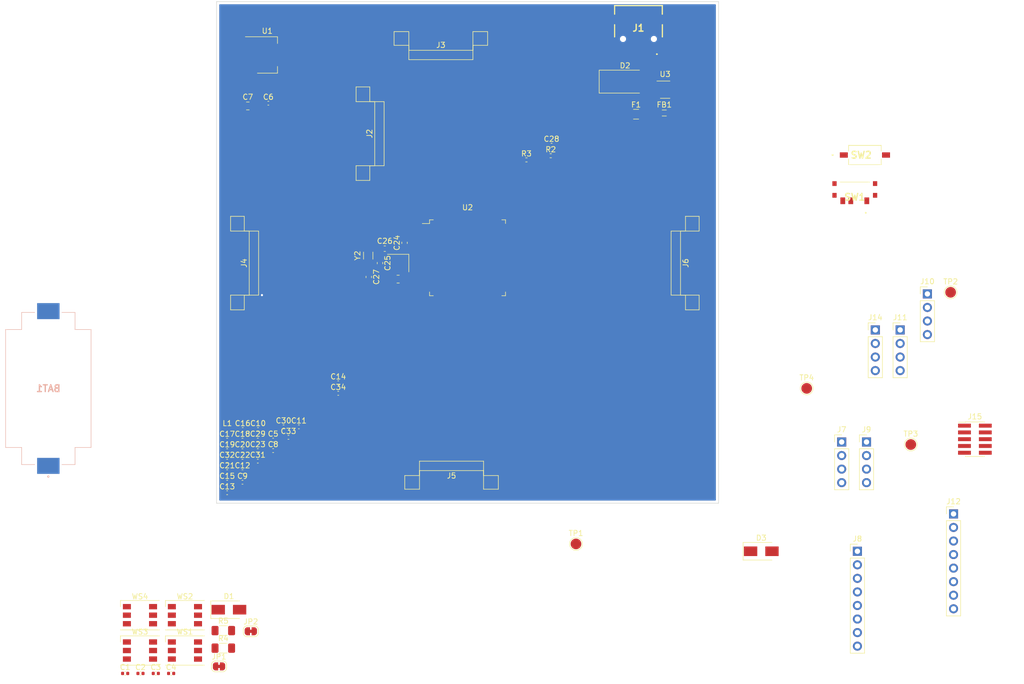
<source format=kicad_pcb>
(kicad_pcb (version 20171130) (host pcbnew "(5.1.9)-1")
  (layers (0 F.Cu power) (1 In1.Cu mixed) (2 In2.Cu mixed) (31 B.Cu power) (34 B.Paste user) (35 F.Paste user) (36 B.SilkS user) (37 F.SilkS user) (38 B.Mask user) (39 F.Mask user) (44 Edge.Cuts user))
  (net 0 "")
  (net 1 VBAT)
  (net 2 GND)
  (net 3 +5V)
  (net 4 HSE_IN)
  (net 5 +3V3)
  (net 6 LSE_IN)
  (net 7 LSE_OUT)
  (net 8 VCAP_1)
  (net 9 VCAP_2)
  (net 10 VDDA)
  (net 11 VBUS)
  (net 12 HSE_OUT)
  (net 13 "Net-(U2-Pad1)")
  (net 14 "Net-(U2-Pad2)")
  (net 15 "Net-(U2-Pad3)")
  (net 16 "Net-(U2-Pad4)")
  (net 17 "Net-(U2-Pad5)")
  (net 18 "Net-(U2-Pad7)")
  (net 19 NRST)
  (net 20 "Net-(U2-Pad15)")
  (net 21 "Net-(U2-Pad34)")
  (net 22 "Net-(U2-Pad35)")
  (net 23 "Net-(U2-Pad36)")
  (net 24 "Net-(U2-Pad37)")
  (net 25 "Net-(U2-Pad38)")
  (net 26 "Net-(U2-Pad39)")
  (net 27 "Net-(U2-Pad40)")
  (net 28 "Net-(U2-Pad41)")
  (net 29 "Net-(U2-Pad42)")
  (net 30 "Net-(U2-Pad43)")
  (net 31 "Net-(U2-Pad44)")
  (net 32 "Net-(U2-Pad45)")
  (net 33 "Net-(U2-Pad46)")
  (net 34 "Net-(U2-Pad53)")
  (net 35 "Net-(U2-Pad58)")
  (net 36 "Net-(U2-Pad84)")
  (net 37 "Net-(U2-Pad85)")
  (net 38 "Net-(U2-Pad86)")
  (net 39 "Net-(U2-Pad87)")
  (net 40 "Net-(U2-Pad88)")
  (net 41 BOOT0)
  (net 42 "Net-(U2-Pad95)")
  (net 43 "Net-(U2-Pad96)")
  (net 44 "Net-(C25-Pad1)")
  (net 45 "Net-(J1-PadB8)")
  (net 46 USB_CONN_D-)
  (net 47 USB_CONN_D+)
  (net 48 "Net-(J1-PadB5)")
  (net 49 "Net-(J1-PadA8)")
  (net 50 "Net-(J1-PadA5)")
  (net 51 "Net-(R2-Pad2)")
  (net 52 CTx2)
  (net 53 I2S2_ext_SD)
  (net 54 I2S2_SD)
  (net 55 ENC4_A)
  (net 56 ENC4_B)
  (net 57 UTx2)
  (net 58 URx2)
  (net 59 DAC_OUT1)
  (net 60 DAC_OUT2)
  (net 61 ENC2_A)
  (net 62 ENC2_B)
  (net 63 CRx2)
  (net 64 I2C2_SCL)
  (net 65 I2C2_SDA)
  (net 66 I2S2_WS)
  (net 67 I2S2_CK)
  (net 68 CTx3)
  (net 69 UTx3)
  (net 70 URx3)
  (net 71 ENC3_A)
  (net 72 ENC3_B)
  (net 73 CTx4)
  (net 74 CRx4)
  (net 75 UTx4)
  (net 76 URx4)
  (net 77 WS2812_A)
  (net 78 WS2812_B)
  (net 79 RCC_MCO)
  (net 80 USB_ID)
  (net 81 USB_D-)
  (net 82 USB_D+)
  (net 83 SWDIO)
  (net 84 SWCLK)
  (net 85 ENC1_A)
  (net 86 SPI3_SCK)
  (net 87 SPI3_MISO)
  (net 88 UART_Tx)
  (net 89 CAN_Rx)
  (net 90 CAN_Tx)
  (net 91 ENC1_B)
  (net 92 CTx1)
  (net 93 SPI3_MOSI)
  (net 94 UTx1)
  (net 95 URx1)
  (net 96 VWS2812)
  (net 97 "Net-(D2-Pad2)")
  (net 98 "Net-(D3-Pad1)")
  (net 99 "Net-(F1-Pad2)")
  (net 100 ENC1BTN)
  (net 101 ENC2BTN)
  (net 102 WS2812_CONN_DIN)
  (net 103 WS2812_CONN_BI)
  (net 104 ENC3BTN)
  (net 105 ENC4BTN)
  (net 106 +12V)
  (net 107 CRx1)
  (net 108 CRx3)
  (net 109 LCD_CS)
  (net 110 LCD_DC)
  (net 111 UART_Rx)
  (net 112 "Net-(J15-Pad8)")
  (net 113 "Net-(J15-Pad7)")
  (net 114 "Net-(J15-Pad6)")
  (net 115 "Net-(JP1-Pad2)")
  (net 116 "Net-(WS1-Pad1)")
  (net 117 "Net-(WS1-Pad3)")
  (net 118 "Net-(WS2-Pad1)")
  (net 119 "Net-(WS2-Pad3)")
  (net 120 "Net-(WS3-Pad1)")
  (net 121 "Net-(WS4-Pad1)")
  (module LED_SMD:LED_WS2812_PLCC6_5.0x5.0mm_P1.6mm (layer F.Cu) (at -14.34 20.98)
    (fp_text reference WS4 (at 0 -3.5) (layer F.SilkS))
    (fp_text value WS2813)
    (pad 1 smd rect (at -2.45 -1.6) (size 1.5 1) (layers F.Cu F.Paste F.Mask) (net 121 "Net-(WS4-Pad1)"))
    (pad 2 smd rect (at -2.45 0) (size 1.5 1) (layers F.Cu F.Paste F.Mask) (net 96 VWS2812))
    (pad 3 smd rect (at -2.45 1.6) (size 1.5 1) (layers F.Cu F.Paste F.Mask) (net 102 WS2812_CONN_DIN))
    (pad 6 smd rect (at 2.45 -1.6) (size 1.5 1) (layers F.Cu F.Paste F.Mask) (net 119 "Net-(WS2-Pad3)"))
    (pad 5 smd rect (at 2.45 0) (size 1.5 1) (layers F.Cu F.Paste F.Mask) (net 2 GND))
    (pad 4 smd rect (at 2.45 1.6) (size 1.5 1) (layers F.Cu F.Paste F.Mask) (net 103 WS2812_CONN_BI))
  )
  (module LED_SMD:LED_WS2812_PLCC6_5.0x5.0mm_P1.6mm (layer F.Cu) (at -14.34 27.6)
    (fp_text reference WS3 (at 0 -3.5) (layer F.SilkS))
    (fp_text value WS2813)
    (pad 1 smd rect (at -2.45 -1.6) (size 1.5 1) (layers F.Cu F.Paste F.Mask) (net 120 "Net-(WS3-Pad1)"))
    (pad 2 smd rect (at -2.45 0) (size 1.5 1) (layers F.Cu F.Paste F.Mask) (net 96 VWS2812))
    (pad 3 smd rect (at -2.45 1.6) (size 1.5 1) (layers F.Cu F.Paste F.Mask) (net 103 WS2812_CONN_BI))
    (pad 6 smd rect (at 2.45 -1.6) (size 1.5 1) (layers F.Cu F.Paste F.Mask) (net 117 "Net-(WS1-Pad3)"))
    (pad 5 smd rect (at 2.45 0) (size 1.5 1) (layers F.Cu F.Paste F.Mask) (net 2 GND))
    (pad 4 smd rect (at 2.45 1.6) (size 1.5 1) (layers F.Cu F.Paste F.Mask) (net 119 "Net-(WS2-Pad3)"))
  )
  (module LED_SMD:LED_WS2812_PLCC6_5.0x5.0mm_P1.6mm (layer F.Cu) (at -5.92 20.98)
    (fp_text reference WS2 (at 0 -3.5) (layer F.SilkS))
    (fp_text value WS2813)
    (pad 1 smd rect (at -2.45 -1.6) (size 1.5 1) (layers F.Cu F.Paste F.Mask) (net 118 "Net-(WS2-Pad1)"))
    (pad 2 smd rect (at -2.45 0) (size 1.5 1) (layers F.Cu F.Paste F.Mask) (net 96 VWS2812))
    (pad 3 smd rect (at -2.45 1.6) (size 1.5 1) (layers F.Cu F.Paste F.Mask) (net 119 "Net-(WS2-Pad3)"))
    (pad 6 smd rect (at 2.45 -1.6) (size 1.5 1) (layers F.Cu F.Paste F.Mask) (net 77 WS2812_A))
    (pad 5 smd rect (at 2.45 0) (size 1.5 1) (layers F.Cu F.Paste F.Mask) (net 2 GND))
    (pad 4 smd rect (at 2.45 1.6) (size 1.5 1) (layers F.Cu F.Paste F.Mask) (net 117 "Net-(WS1-Pad3)"))
  )
  (module LED_SMD:LED_WS2812_PLCC6_5.0x5.0mm_P1.6mm (layer F.Cu) (at -5.92 27.6)
    (fp_text reference WS1 (at 0 -3.5) (layer F.SilkS))
    (fp_text value WS2813)
    (pad 1 smd rect (at -2.45 -1.6) (size 1.5 1) (layers F.Cu F.Paste F.Mask) (net 116 "Net-(WS1-Pad1)"))
    (pad 2 smd rect (at -2.45 0) (size 1.5 1) (layers F.Cu F.Paste F.Mask) (net 96 VWS2812))
    (pad 3 smd rect (at -2.45 1.6) (size 1.5 1) (layers F.Cu F.Paste F.Mask) (net 117 "Net-(WS1-Pad3)"))
    (pad 6 smd rect (at 2.45 -1.6) (size 1.5 1) (layers F.Cu F.Paste F.Mask) (net 77 WS2812_A))
    (pad 5 smd rect (at 2.45 0) (size 1.5 1) (layers F.Cu F.Paste F.Mask) (net 2 GND))
    (pad 4 smd rect (at 2.45 1.6) (size 1.5 1) (layers F.Cu F.Paste F.Mask) (net 77 WS2812_A))
  )
  (module Package_TO_SOT_SMD:SOT-23-6 (layer F.Cu) (at 84 -77.5)
    (fp_text reference U3 (at 0 -2.9) (layer F.SilkS))
    (fp_text value USBLC6-2SC6)
    (pad 5 smd rect (at 1.1 0) (size 1.06 0.65) (layers F.Cu F.Paste F.Mask) (net 3 +5V))
    (pad 6 smd rect (at 1.1 -0.95) (size 1.06 0.65) (layers F.Cu F.Paste F.Mask) (net 46 USB_CONN_D-))
    (pad 4 smd rect (at 1.1 0.95) (size 1.06 0.65) (layers F.Cu F.Paste F.Mask) (net 47 USB_CONN_D+))
    (pad 3 smd rect (at -1.1 0.95) (size 1.06 0.65) (layers F.Cu F.Paste F.Mask) (net 82 USB_D+))
    (pad 2 smd rect (at -1.1 0) (size 1.06 0.65) (layers F.Cu F.Paste F.Mask) (net 2 GND))
    (pad 1 smd rect (at -1.1 -0.95) (size 1.06 0.65) (layers F.Cu F.Paste F.Mask) (net 81 USB_D-))
  )
  (module Package_TO_SOT_SMD:SOT-223-3_TabPin2 (layer F.Cu) (at 9.5 -84)
    (fp_text reference U1 (at 0 -4.5) (layer F.SilkS))
    (fp_text value AMS1117-3.3)
    (pad 1 smd rect (at -3.15 -2.3) (size 2 1.5) (layers F.Cu F.Paste F.Mask) (net 2 GND))
    (pad 3 smd rect (at -3.15 2.3) (size 2 1.5) (layers F.Cu F.Paste F.Mask) (net 3 +5V))
    (pad 2 smd rect (at -3.15 0) (size 2 1.5) (layers F.Cu F.Paste F.Mask) (net 5 +3V3))
    (pad 2 smd rect (at 3.15 0) (size 2 3.8) (layers F.Cu F.Paste F.Mask) (net 5 +3V3))
  )
  (module TestPoint:TestPoint_Pad_D2.0mm (layer F.Cu) (at 110.505 -21.525)
    (fp_text reference TP4 (at 0 -1.998) (layer F.SilkS))
    (fp_text value TestPoint)
    (pad 1 smd circle (at 0 0) (size 2 2) (layers F.Cu F.Mask) (net 3 +5V))
  )
  (module TestPoint:TestPoint_Pad_D2.0mm (layer F.Cu) (at 130 -11)
    (fp_text reference TP3 (at 0 -1.998) (layer F.SilkS))
    (fp_text value TestPoint)
    (pad 1 smd circle (at 0 0) (size 2 2) (layers F.Cu F.Mask) (net 5 +3V3))
  )
  (module TestPoint:TestPoint_Pad_D2.0mm (layer F.Cu) (at 137.455 -39.525)
    (fp_text reference TP2 (at 0 -1.998) (layer F.SilkS))
    (fp_text value TestPoint)
    (pad 1 smd circle (at 0 0) (size 2 2) (layers F.Cu F.Mask) (net 2 GND))
  )
  (module TestPoint:TestPoint_Pad_D2.0mm (layer F.Cu) (at 67.305 7.625)
    (fp_text reference TP1 (at 0 -1.998) (layer F.SilkS))
    (fp_text value TestPoint)
    (pad 1 smd circle (at 0 0) (size 2 2) (layers F.Cu F.Mask) (net 79 RCC_MCO))
  )
  (module Resistor_SMD:R_1206_3216Metric_Pad1.30x1.75mm_HandSolder (layer F.Cu) (at 1.265 23.865)
    (fp_text reference R5 (at 0 -1.82) (layer F.SilkS))
    (fp_text value 1k1)
    (pad 2 smd roundrect (at 1.55 0) (size 1.3 1.75) (layers F.Cu F.Paste F.Mask) (roundrect_rratio 0.192308) (net 65 I2C2_SDA))
    (pad 1 smd roundrect (at -1.55 0) (size 1.3 1.75) (layers F.Cu F.Paste F.Mask) (roundrect_rratio 0.192308) (net 115 "Net-(JP1-Pad2)"))
  )
  (module Resistor_SMD:R_1206_3216Metric_Pad1.30x1.75mm_HandSolder (layer F.Cu) (at 1.265 27.155)
    (fp_text reference R4 (at 0 -1.82) (layer F.SilkS))
    (fp_text value 1k1)
    (pad 2 smd roundrect (at 1.55 0) (size 1.3 1.75) (layers F.Cu F.Paste F.Mask) (roundrect_rratio 0.192308) (net 115 "Net-(JP1-Pad2)"))
    (pad 1 smd roundrect (at -1.55 0) (size 1.3 1.75) (layers F.Cu F.Paste F.Mask) (roundrect_rratio 0.192308) (net 64 I2C2_SCL))
  )
  (module Inductor_SMD:L_0402_1005Metric (layer F.Cu) (at 2.005 -13.795)
    (fp_text reference L1 (at 0 -1.17) (layer F.SilkS))
    (fp_text value 39n)
    (pad 2 smd roundrect (at 0.485 0) (size 0.59 0.64) (layers F.Cu F.Paste F.Mask) (net 10 VDDA))
    (pad 1 smd roundrect (at -0.485 0) (size 0.59 0.64) (layers F.Cu F.Paste F.Mask) (net 5 +3V3))
  )
  (module Jumper:SolderJumper-2_P1.3mm_Bridged_RoundedPad1.0x1.5mm (layer F.Cu) (at 6.415 23.995)
    (fp_text reference JP2 (at 0 -1.8) (layer F.SilkS))
    (fp_text value SolderJumper_2_Bridged)
    (fp_poly (pts (xy 0.25 -0.3) (xy -0.25 -0.3) (xy -0.25 0.3) (xy 0.25 0.3)) (layer F.Cu) (width 0))
    (pad 1 smd custom (at -0.65 0) (size 1 0.5) (layers F.Cu F.Mask) (net 3 +5V) (options (clearance outline) (anchor rect)) (primitives (gr_circle (center 0 0.25) (end 0.5 0.25) (width 0)) (gr_circle (center 0 -0.25) (end 0.5 -0.25) (width 0)) (gr_poly (pts (xy 0 -0.75) (xy 0.5 -0.75) (xy 0.5 0.75) (xy 0 0.75)) (width 0))))
    (pad 2 smd custom (at 0.65 0) (size 1 0.5) (layers F.Cu F.Mask) (net 96 VWS2812) (options (clearance outline) (anchor rect)) (primitives (gr_circle (center 0 0.25) (end 0.5 0.25) (width 0)) (gr_circle (center 0 -0.25) (end 0.5 -0.25) (width 0)) (gr_poly (pts (xy 0 -0.75) (xy -0.5 -0.75) (xy -0.5 0.75) (xy 0 0.75)) (width 0))))
  )
  (module Jumper:SolderJumper-2_P1.3mm_Bridged_RoundedPad1.0x1.5mm (layer F.Cu) (at 0.465 30.575)
    (fp_text reference JP1 (at 0 -1.8) (layer F.SilkS))
    (fp_text value SolderJumper_2_Bridged)
    (fp_poly (pts (xy 0.25 -0.3) (xy -0.25 -0.3) (xy -0.25 0.3) (xy 0.25 0.3)) (layer F.Cu) (width 0))
    (pad 1 smd custom (at -0.65 0) (size 1 0.5) (layers F.Cu F.Mask) (net 5 +3V3) (options (clearance outline) (anchor rect)) (primitives (gr_circle (center 0 0.25) (end 0.5 0.25) (width 0)) (gr_circle (center 0 -0.25) (end 0.5 -0.25) (width 0)) (gr_poly (pts (xy 0 -0.75) (xy 0.5 -0.75) (xy 0.5 0.75) (xy 0 0.75)) (width 0))))
    (pad 2 smd custom (at 0.65 0) (size 1 0.5) (layers F.Cu F.Mask) (net 115 "Net-(JP1-Pad2)") (options (clearance outline) (anchor rect)) (primitives (gr_circle (center 0 0.25) (end 0.5 0.25) (width 0)) (gr_circle (center 0 -0.25) (end 0.5 -0.25) (width 0)) (gr_poly (pts (xy 0 -0.75) (xy -0.5 -0.75) (xy -0.5 0.75) (xy 0 0.75)) (width 0))))
  )
  (module Connector_PinHeader_1.27mm:PinHeader_2x05_P1.27mm_Vertical_SMD (layer F.Cu) (at 142 -12)
    (fp_text reference J15 (at 0 -4.235) (layer F.SilkS))
    (fp_text value Conn_ARM_JTAG_SWD_10)
    (pad 10 smd rect (at 1.95 2.54) (size 2.4 0.74) (layers F.Cu F.Paste F.Mask) (net 19 NRST))
    (pad 9 smd rect (at -1.95 2.54) (size 2.4 0.74) (layers F.Cu F.Paste F.Mask) (net 2 GND))
    (pad 8 smd rect (at 1.95 1.27) (size 2.4 0.74) (layers F.Cu F.Paste F.Mask) (net 112 "Net-(J15-Pad8)"))
    (pad 7 smd rect (at -1.95 1.27) (size 2.4 0.74) (layers F.Cu F.Paste F.Mask) (net 113 "Net-(J15-Pad7)"))
    (pad 6 smd rect (at 1.95 0) (size 2.4 0.74) (layers F.Cu F.Paste F.Mask) (net 114 "Net-(J15-Pad6)"))
    (pad 5 smd rect (at -1.95 0) (size 2.4 0.74) (layers F.Cu F.Paste F.Mask) (net 2 GND))
    (pad 4 smd rect (at 1.95 -1.27) (size 2.4 0.74) (layers F.Cu F.Paste F.Mask) (net 84 SWCLK))
    (pad 3 smd rect (at -1.95 -1.27) (size 2.4 0.74) (layers F.Cu F.Paste F.Mask) (net 2 GND))
    (pad 2 smd rect (at 1.95 -2.54) (size 2.4 0.74) (layers F.Cu F.Paste F.Mask) (net 83 SWDIO))
    (pad 1 smd rect (at -1.95 -2.54) (size 2.4 0.74) (layers F.Cu F.Paste F.Mask) (net 5 +3V3))
  )
  (module Connector_PinHeader_2.54mm:PinHeader_1x04_P2.54mm_Vertical (layer F.Cu) (at 123.355 -32.475)
    (fp_text reference J14 (at 0 -2.33) (layer F.SilkS))
    (fp_text value Conn_01x04)
    (pad 4 thru_hole oval (at 0 7.62) (size 1.7 1.7) (drill 1) (layers *.Cu *.Mask) (net 60 DAC_OUT2))
    (pad 3 thru_hole oval (at 0 5.08) (size 1.7 1.7) (drill 1) (layers *.Cu *.Mask) (net 5 +3V3))
    (pad 2 thru_hole oval (at 0 2.54) (size 1.7 1.7) (drill 1) (layers *.Cu *.Mask) (net 2 GND))
    (pad 1 thru_hole rect (at 0 0) (size 1.7 1.7) (drill 1) (layers *.Cu *.Mask) (net 59 DAC_OUT1))
  )
  (module Connector_PinHeader_2.54mm:PinHeader_1x08_P2.54mm_Vertical (layer F.Cu) (at 138 2)
    (fp_text reference J12 (at 0 -2.33) (layer F.SilkS))
    (fp_text value Conn_01x08)
    (pad 8 thru_hole oval (at 0 17.78) (size 1.7 1.7) (drill 1) (layers *.Cu *.Mask) (net 3 +5V))
    (pad 7 thru_hole oval (at 0 15.24) (size 1.7 1.7) (drill 1) (layers *.Cu *.Mask) (net 66 I2S2_WS))
    (pad 6 thru_hole oval (at 0 12.7) (size 1.7 1.7) (drill 1) (layers *.Cu *.Mask) (net 2 GND))
    (pad 5 thru_hole oval (at 0 10.16) (size 1.7 1.7) (drill 1) (layers *.Cu *.Mask) (net 67 I2S2_CK))
    (pad 4 thru_hole oval (at 0 7.62) (size 1.7 1.7) (drill 1) (layers *.Cu *.Mask) (net 2 GND))
    (pad 3 thru_hole oval (at 0 5.08) (size 1.7 1.7) (drill 1) (layers *.Cu *.Mask) (net 53 I2S2_ext_SD))
    (pad 2 thru_hole oval (at 0 2.54) (size 1.7 1.7) (drill 1) (layers *.Cu *.Mask) (net 2 GND))
    (pad 1 thru_hole rect (at 0 0) (size 1.7 1.7) (drill 1) (layers *.Cu *.Mask) (net 54 I2S2_SD))
  )
  (module Connector_PinHeader_2.54mm:PinHeader_1x04_P2.54mm_Vertical (layer F.Cu) (at 128.005 -32.475)
    (fp_text reference J11 (at 0 -2.33) (layer F.SilkS))
    (fp_text value Conn_01x04)
    (pad 4 thru_hole oval (at 0 7.62) (size 1.7 1.7) (drill 1) (layers *.Cu *.Mask) (net 88 UART_Tx))
    (pad 3 thru_hole oval (at 0 5.08) (size 1.7 1.7) (drill 1) (layers *.Cu *.Mask) (net 5 +3V3))
    (pad 2 thru_hole oval (at 0 2.54) (size 1.7 1.7) (drill 1) (layers *.Cu *.Mask) (net 2 GND))
    (pad 1 thru_hole rect (at 0 0) (size 1.7 1.7) (drill 1) (layers *.Cu *.Mask) (net 111 UART_Rx))
  )
  (module Connector_PinHeader_2.54mm:PinHeader_1x04_P2.54mm_Vertical (layer F.Cu) (at 133.105 -39.225)
    (fp_text reference J10 (at 0 -2.33) (layer F.SilkS))
    (fp_text value Conn_01x04)
    (pad 4 thru_hole oval (at 0 7.62) (size 1.7 1.7) (drill 1) (layers *.Cu *.Mask) (net 65 I2C2_SDA))
    (pad 3 thru_hole oval (at 0 5.08) (size 1.7 1.7) (drill 1) (layers *.Cu *.Mask) (net 5 +3V3))
    (pad 2 thru_hole oval (at 0 2.54) (size 1.7 1.7) (drill 1) (layers *.Cu *.Mask) (net 2 GND))
    (pad 1 thru_hole rect (at 0 0) (size 1.7 1.7) (drill 1) (layers *.Cu *.Mask) (net 64 I2C2_SCL))
  )
  (module Connector_PinHeader_2.54mm:PinHeader_1x04_P2.54mm_Vertical (layer F.Cu) (at 121.705 -11.475)
    (fp_text reference J9 (at 0 -2.33) (layer F.SilkS))
    (fp_text value Conn_01x04)
    (pad 4 thru_hole oval (at 0 7.62) (size 1.7 1.7) (drill 1) (layers *.Cu *.Mask) (net 3 +5V))
    (pad 3 thru_hole oval (at 0 5.08) (size 1.7 1.7) (drill 1) (layers *.Cu *.Mask) (net 78 WS2812_B))
    (pad 2 thru_hole oval (at 0 2.54) (size 1.7 1.7) (drill 1) (layers *.Cu *.Mask) (net 2 GND))
    (pad 1 thru_hole rect (at 0 0) (size 1.7 1.7) (drill 1) (layers *.Cu *.Mask) (net 98 "Net-(D3-Pad1)"))
  )
  (module Connector_PinHeader_2.54mm:PinHeader_1x08_P2.54mm_Vertical (layer F.Cu) (at 120 9)
    (fp_text reference J8 (at 0 -2.33) (layer F.SilkS))
    (fp_text value Conn_01x08)
    (pad 8 thru_hole oval (at 0 17.78) (size 1.7 1.7) (drill 1) (layers *.Cu *.Mask) (net 93 SPI3_MOSI))
    (pad 7 thru_hole oval (at 0 15.24) (size 1.7 1.7) (drill 1) (layers *.Cu *.Mask) (net 109 LCD_CS))
    (pad 6 thru_hole oval (at 0 12.7) (size 1.7 1.7) (drill 1) (layers *.Cu *.Mask) (net 110 LCD_DC))
    (pad 5 thru_hole oval (at 0 10.16) (size 1.7 1.7) (drill 1) (layers *.Cu *.Mask) (net 19 NRST))
    (pad 4 thru_hole oval (at 0 7.62) (size 1.7 1.7) (drill 1) (layers *.Cu *.Mask) (net 87 SPI3_MISO))
    (pad 3 thru_hole oval (at 0 5.08) (size 1.7 1.7) (drill 1) (layers *.Cu *.Mask) (net 86 SPI3_SCK))
    (pad 2 thru_hole oval (at 0 2.54) (size 1.7 1.7) (drill 1) (layers *.Cu *.Mask) (net 5 +3V3))
    (pad 1 thru_hole rect (at 0 0) (size 1.7 1.7) (drill 1) (layers *.Cu *.Mask) (net 2 GND))
  )
  (module Connector_PinHeader_2.54mm:PinHeader_1x04_P2.54mm_Vertical (layer F.Cu) (at 117.055 -11.475)
    (fp_text reference J7 (at 0 -2.33) (layer F.SilkS))
    (fp_text value Conn_01x04)
    (pad 4 thru_hole oval (at 0 7.62) (size 1.7 1.7) (drill 1) (layers *.Cu *.Mask) (net 90 CAN_Tx))
    (pad 3 thru_hole oval (at 0 5.08) (size 1.7 1.7) (drill 1) (layers *.Cu *.Mask) (net 5 +3V3))
    (pad 2 thru_hole oval (at 0 2.54) (size 1.7 1.7) (drill 1) (layers *.Cu *.Mask) (net 2 GND))
    (pad 1 thru_hole rect (at 0 0) (size 1.7 1.7) (drill 1) (layers *.Cu *.Mask) (net 89 CAN_Rx))
  )
  (module PaulSchwarz_ConnFPC_1x24_AFC24-S24FIC-00:FPC_24_AFC24-S24FIC-00 (layer F.Cu) (at 86 -45 90)
    (fp_text reference J6 (at 0 1.85 90) (layer F.SilkS))
    (fp_text value Conn_01x24)
    (pad 1 smd rect (at -5.75 0 90) (size 0.3 1.4) (layers F.Cu F.Paste F.Mask) (net 2 GND))
    (pad 2 smd rect (at -5.25 0 90) (size 0.3 1.4) (layers F.Cu F.Paste F.Mask) (net 106 +12V))
    (pad 3 smd rect (at -4.75 0 90) (size 0.3 1.4) (layers F.Cu F.Paste F.Mask) (net 2 GND))
    (pad 4 smd rect (at -4.25 0 90) (size 0.3 1.4) (layers F.Cu F.Paste F.Mask) (net 106 +12V))
    (pad 5 smd rect (at -3.75 0 90) (size 0.3 1.4) (layers F.Cu F.Paste F.Mask) (net 2 GND))
    (pad 6 smd rect (at -3.25 0 90) (size 0.3 1.4) (layers F.Cu F.Paste F.Mask) (net 3 +5V))
    (pad 7 smd rect (at -2.75 0 90) (size 0.3 1.4) (layers F.Cu F.Paste F.Mask) (net 3 +5V))
    (pad 8 smd rect (at -2.25 0 90) (size 0.3 1.4) (layers F.Cu F.Paste F.Mask) (net 2 GND))
    (pad 9 smd rect (at -1.75 0 90) (size 0.3 1.4) (layers F.Cu F.Paste F.Mask) (net 73 CTx4))
    (pad 10 smd rect (at -1.25 0 90) (size 0.3 1.4) (layers F.Cu F.Paste F.Mask) (net 2 GND))
    (pad 11 smd rect (at -0.75 0 90) (size 0.3 1.4) (layers F.Cu F.Paste F.Mask) (net 75 UTx4))
    (pad 12 smd rect (at -0.25 0 90) (size 0.3 1.4) (layers F.Cu F.Paste F.Mask) (net 2 GND))
    (pad 13 smd rect (at 0.25 0 90) (size 0.3 1.4) (layers F.Cu F.Paste F.Mask) (net 2 GND))
    (pad 14 smd rect (at 0.75 0 90) (size 0.3 1.4) (layers F.Cu F.Paste F.Mask) (net 76 URx4))
    (pad 15 smd rect (at 1.25 0 90) (size 0.3 1.4) (layers F.Cu F.Paste F.Mask) (net 2 GND))
    (pad 16 smd rect (at 1.75 0 90) (size 0.3 1.4) (layers F.Cu F.Paste F.Mask) (net 74 CRx4))
    (pad 17 smd rect (at 2.25 0 90) (size 0.3 1.4) (layers F.Cu F.Paste F.Mask) (net 2 GND))
    (pad 18 smd rect (at 2.75 0 90) (size 0.3 1.4) (layers F.Cu F.Paste F.Mask) (net 3 +5V))
    (pad 19 smd rect (at 3.25 0 90) (size 0.3 1.4) (layers F.Cu F.Paste F.Mask) (net 3 +5V))
    (pad 20 smd rect (at 3.75 0 90) (size 0.3 1.4) (layers F.Cu F.Paste F.Mask) (net 2 GND))
    (pad 21 smd rect (at 4.25 0 90) (size 0.3 1.4) (layers F.Cu F.Paste F.Mask) (net 106 +12V))
    (pad 22 smd rect (at 4.75 0 90) (size 0.3 1.4) (layers F.Cu F.Paste F.Mask) (net 2 GND))
    (pad 23 smd rect (at 5.25 0 90) (size 0.3 1.4) (layers F.Cu F.Paste F.Mask) (net 106 +12V))
    (pad 24 smd rect (at 5.75 0 90) (size 0.3 1.4) (layers F.Cu F.Paste F.Mask) (net 2 GND))
    (pad 0 smd rect (at -7.4 3.15 90) (size 2 2.2) (layers F.Cu F.Paste F.Mask))
    (pad 0 smd rect (at 7.4 3.15 90) (size 2 2.2) (layers F.Cu F.Paste F.Mask))
  )
  (module PaulSchwarz_ConnFPC_1x24_AFC24-S24FIC-00:FPC_24_AFC24-S24FIC-00 (layer F.Cu) (at 44 -7)
    (fp_text reference J5 (at 0 1.85) (layer F.SilkS))
    (fp_text value Conn_01x24)
    (pad 1 smd rect (at -5.75 0) (size 0.3 1.4) (layers F.Cu F.Paste F.Mask) (net 2 GND))
    (pad 2 smd rect (at -5.25 0) (size 0.3 1.4) (layers F.Cu F.Paste F.Mask) (net 106 +12V))
    (pad 3 smd rect (at -4.75 0) (size 0.3 1.4) (layers F.Cu F.Paste F.Mask) (net 2 GND))
    (pad 4 smd rect (at -4.25 0) (size 0.3 1.4) (layers F.Cu F.Paste F.Mask) (net 106 +12V))
    (pad 5 smd rect (at -3.75 0) (size 0.3 1.4) (layers F.Cu F.Paste F.Mask) (net 2 GND))
    (pad 6 smd rect (at -3.25 0) (size 0.3 1.4) (layers F.Cu F.Paste F.Mask) (net 3 +5V))
    (pad 7 smd rect (at -2.75 0) (size 0.3 1.4) (layers F.Cu F.Paste F.Mask) (net 3 +5V))
    (pad 8 smd rect (at -2.25 0) (size 0.3 1.4) (layers F.Cu F.Paste F.Mask) (net 2 GND))
    (pad 9 smd rect (at -1.75 0) (size 0.3 1.4) (layers F.Cu F.Paste F.Mask) (net 68 CTx3))
    (pad 10 smd rect (at -1.25 0) (size 0.3 1.4) (layers F.Cu F.Paste F.Mask) (net 2 GND))
    (pad 11 smd rect (at -0.75 0) (size 0.3 1.4) (layers F.Cu F.Paste F.Mask) (net 69 UTx3))
    (pad 12 smd rect (at -0.25 0) (size 0.3 1.4) (layers F.Cu F.Paste F.Mask) (net 2 GND))
    (pad 13 smd rect (at 0.25 0) (size 0.3 1.4) (layers F.Cu F.Paste F.Mask) (net 2 GND))
    (pad 14 smd rect (at 0.75 0) (size 0.3 1.4) (layers F.Cu F.Paste F.Mask) (net 70 URx3))
    (pad 15 smd rect (at 1.25 0) (size 0.3 1.4) (layers F.Cu F.Paste F.Mask) (net 2 GND))
    (pad 16 smd rect (at 1.75 0) (size 0.3 1.4) (layers F.Cu F.Paste F.Mask) (net 108 CRx3))
    (pad 17 smd rect (at 2.25 0) (size 0.3 1.4) (layers F.Cu F.Paste F.Mask) (net 2 GND))
    (pad 18 smd rect (at 2.75 0) (size 0.3 1.4) (layers F.Cu F.Paste F.Mask) (net 3 +5V))
    (pad 19 smd rect (at 3.25 0) (size 0.3 1.4) (layers F.Cu F.Paste F.Mask) (net 3 +5V))
    (pad 20 smd rect (at 3.75 0) (size 0.3 1.4) (layers F.Cu F.Paste F.Mask) (net 2 GND))
    (pad 21 smd rect (at 4.25 0) (size 0.3 1.4) (layers F.Cu F.Paste F.Mask) (net 106 +12V))
    (pad 22 smd rect (at 4.75 0) (size 0.3 1.4) (layers F.Cu F.Paste F.Mask) (net 2 GND))
    (pad 23 smd rect (at 5.25 0) (size 0.3 1.4) (layers F.Cu F.Paste F.Mask) (net 106 +12V))
    (pad 24 smd rect (at 5.75 0) (size 0.3 1.4) (layers F.Cu F.Paste F.Mask) (net 2 GND))
    (pad 0 smd rect (at -7.4 3.15) (size 2 2.2) (layers F.Cu F.Paste F.Mask))
    (pad 0 smd rect (at 7.4 3.15) (size 2 2.2) (layers F.Cu F.Paste F.Mask))
  )
  (module PaulSchwarz_ConnFPC_1x24_AFC24-S24FIC-00:FPC_24_AFC24-S24FIC-00 (layer F.Cu) (at 7 -45 270)
    (fp_text reference J4 (at 0 1.85 90) (layer F.SilkS))
    (fp_text value Conn_01x24)
    (pad 1 smd rect (at -5.75 0 270) (size 0.3 1.4) (layers F.Cu F.Paste F.Mask) (net 2 GND))
    (pad 2 smd rect (at -5.25 0 270) (size 0.3 1.4) (layers F.Cu F.Paste F.Mask) (net 106 +12V))
    (pad 3 smd rect (at -4.75 0 270) (size 0.3 1.4) (layers F.Cu F.Paste F.Mask) (net 2 GND))
    (pad 4 smd rect (at -4.25 0 270) (size 0.3 1.4) (layers F.Cu F.Paste F.Mask) (net 106 +12V))
    (pad 5 smd rect (at -3.75 0 270) (size 0.3 1.4) (layers F.Cu F.Paste F.Mask) (net 2 GND))
    (pad 6 smd rect (at -3.25 0 270) (size 0.3 1.4) (layers F.Cu F.Paste F.Mask) (net 3 +5V))
    (pad 7 smd rect (at -2.75 0 270) (size 0.3 1.4) (layers F.Cu F.Paste F.Mask) (net 3 +5V))
    (pad 8 smd rect (at -2.25 0 270) (size 0.3 1.4) (layers F.Cu F.Paste F.Mask) (net 2 GND))
    (pad 9 smd rect (at -1.75 0 270) (size 0.3 1.4) (layers F.Cu F.Paste F.Mask) (net 52 CTx2))
    (pad 10 smd rect (at -1.25 0 270) (size 0.3 1.4) (layers F.Cu F.Paste F.Mask) (net 2 GND))
    (pad 11 smd rect (at -0.75 0 270) (size 0.3 1.4) (layers F.Cu F.Paste F.Mask) (net 57 UTx2))
    (pad 12 smd rect (at -0.25 0 270) (size 0.3 1.4) (layers F.Cu F.Paste F.Mask) (net 2 GND))
    (pad 13 smd rect (at 0.25 0 270) (size 0.3 1.4) (layers F.Cu F.Paste F.Mask) (net 2 GND))
    (pad 14 smd rect (at 0.75 0 270) (size 0.3 1.4) (layers F.Cu F.Paste F.Mask) (net 58 URx2))
    (pad 15 smd rect (at 1.25 0 270) (size 0.3 1.4) (layers F.Cu F.Paste F.Mask) (net 2 GND))
    (pad 16 smd rect (at 1.75 0 270) (size 0.3 1.4) (layers F.Cu F.Paste F.Mask) (net 63 CRx2))
    (pad 17 smd rect (at 2.25 0 270) (size 0.3 1.4) (layers F.Cu F.Paste F.Mask) (net 2 GND))
    (pad 18 smd rect (at 2.75 0 270) (size 0.3 1.4) (layers F.Cu F.Paste F.Mask) (net 3 +5V))
    (pad 19 smd rect (at 3.25 0 270) (size 0.3 1.4) (layers F.Cu F.Paste F.Mask) (net 3 +5V))
    (pad 20 smd rect (at 3.75 0 270) (size 0.3 1.4) (layers F.Cu F.Paste F.Mask) (net 2 GND))
    (pad 21 smd rect (at 4.25 0 270) (size 0.3 1.4) (layers F.Cu F.Paste F.Mask) (net 106 +12V))
    (pad 22 smd rect (at 4.75 0 270) (size 0.3 1.4) (layers F.Cu F.Paste F.Mask) (net 2 GND))
    (pad 23 smd rect (at 5.25 0 270) (size 0.3 1.4) (layers F.Cu F.Paste F.Mask) (net 106 +12V))
    (pad 24 smd rect (at 5.75 0 270) (size 0.3 1.4) (layers F.Cu F.Paste F.Mask) (net 2 GND))
    (pad 0 smd rect (at -7.4 3.15 270) (size 2 2.2) (layers F.Cu F.Paste F.Mask))
    (pad 0 smd rect (at 7.4 3.15 270) (size 2 2.2) (layers F.Cu F.Paste F.Mask))
  )
  (module PaulSchwarz_ConnFPC_1x24_AFC24-S24FIC-00:FPC_24_AFC24-S24FIC-00 (layer F.Cu) (at 42 -84 180)
    (fp_text reference J3 (at 0 1.85) (layer F.SilkS))
    (fp_text value Conn_01x24)
    (pad 1 smd rect (at -5.75 0 180) (size 0.3 1.4) (layers F.Cu F.Paste F.Mask) (net 2 GND))
    (pad 2 smd rect (at -5.25 0 180) (size 0.3 1.4) (layers F.Cu F.Paste F.Mask) (net 106 +12V))
    (pad 3 smd rect (at -4.75 0 180) (size 0.3 1.4) (layers F.Cu F.Paste F.Mask) (net 2 GND))
    (pad 4 smd rect (at -4.25 0 180) (size 0.3 1.4) (layers F.Cu F.Paste F.Mask) (net 106 +12V))
    (pad 5 smd rect (at -3.75 0 180) (size 0.3 1.4) (layers F.Cu F.Paste F.Mask) (net 2 GND))
    (pad 6 smd rect (at -3.25 0 180) (size 0.3 1.4) (layers F.Cu F.Paste F.Mask) (net 3 +5V))
    (pad 7 smd rect (at -2.75 0 180) (size 0.3 1.4) (layers F.Cu F.Paste F.Mask) (net 3 +5V))
    (pad 8 smd rect (at -2.25 0 180) (size 0.3 1.4) (layers F.Cu F.Paste F.Mask) (net 2 GND))
    (pad 9 smd rect (at -1.75 0 180) (size 0.3 1.4) (layers F.Cu F.Paste F.Mask) (net 92 CTx1))
    (pad 10 smd rect (at -1.25 0 180) (size 0.3 1.4) (layers F.Cu F.Paste F.Mask) (net 2 GND))
    (pad 11 smd rect (at -0.75 0 180) (size 0.3 1.4) (layers F.Cu F.Paste F.Mask) (net 94 UTx1))
    (pad 12 smd rect (at -0.25 0 180) (size 0.3 1.4) (layers F.Cu F.Paste F.Mask) (net 2 GND))
    (pad 13 smd rect (at 0.25 0 180) (size 0.3 1.4) (layers F.Cu F.Paste F.Mask) (net 2 GND))
    (pad 14 smd rect (at 0.75 0 180) (size 0.3 1.4) (layers F.Cu F.Paste F.Mask) (net 95 URx1))
    (pad 15 smd rect (at 1.25 0 180) (size 0.3 1.4) (layers F.Cu F.Paste F.Mask) (net 2 GND))
    (pad 16 smd rect (at 1.75 0 180) (size 0.3 1.4) (layers F.Cu F.Paste F.Mask) (net 107 CRx1))
    (pad 17 smd rect (at 2.25 0 180) (size 0.3 1.4) (layers F.Cu F.Paste F.Mask) (net 2 GND))
    (pad 18 smd rect (at 2.75 0 180) (size 0.3 1.4) (layers F.Cu F.Paste F.Mask) (net 3 +5V))
    (pad 19 smd rect (at 3.25 0 180) (size 0.3 1.4) (layers F.Cu F.Paste F.Mask) (net 3 +5V))
    (pad 20 smd rect (at 3.75 0 180) (size 0.3 1.4) (layers F.Cu F.Paste F.Mask) (net 2 GND))
    (pad 21 smd rect (at 4.25 0 180) (size 0.3 1.4) (layers F.Cu F.Paste F.Mask) (net 106 +12V))
    (pad 22 smd rect (at 4.75 0 180) (size 0.3 1.4) (layers F.Cu F.Paste F.Mask) (net 2 GND))
    (pad 23 smd rect (at 5.25 0 180) (size 0.3 1.4) (layers F.Cu F.Paste F.Mask) (net 106 +12V))
    (pad 24 smd rect (at 5.75 0 180) (size 0.3 1.4) (layers F.Cu F.Paste F.Mask) (net 2 GND))
    (pad 0 smd rect (at -7.4 3.15 180) (size 2 2.2) (layers F.Cu F.Paste F.Mask))
    (pad 0 smd rect (at 7.4 3.15 180) (size 2 2.2) (layers F.Cu F.Paste F.Mask))
  )
  (module PaulSchwarz_ConnFPC_1x24_AFC24-S24FIC-00:FPC_24_AFC24-S24FIC-00 (layer F.Cu) (at 30.5 -69.25 270)
    (fp_text reference J2 (at 0 1.85 90) (layer F.SilkS))
    (fp_text value Conn_01x24)
    (pad 1 smd rect (at -5.75 0 270) (size 0.3 1.4) (layers F.Cu F.Paste F.Mask) (net 3 +5V))
    (pad 2 smd rect (at -5.25 0 270) (size 0.3 1.4) (layers F.Cu F.Paste F.Mask) (net 2 GND))
    (pad 3 smd rect (at -4.75 0 270) (size 0.3 1.4) (layers F.Cu F.Paste F.Mask) (net 5 +3V3))
    (pad 4 smd rect (at -4.25 0 270) (size 0.3 1.4) (layers F.Cu F.Paste F.Mask) (net 85 ENC1_A))
    (pad 5 smd rect (at -3.75 0 270) (size 0.3 1.4) (layers F.Cu F.Paste F.Mask) (net 100 ENC1BTN))
    (pad 6 smd rect (at -3.25 0 270) (size 0.3 1.4) (layers F.Cu F.Paste F.Mask) (net 91 ENC1_B))
    (pad 7 smd rect (at -2.75 0 270) (size 0.3 1.4) (layers F.Cu F.Paste F.Mask) (net 2 GND))
    (pad 8 smd rect (at -2.25 0 270) (size 0.3 1.4) (layers F.Cu F.Paste F.Mask) (net 61 ENC2_A))
    (pad 9 smd rect (at -1.75 0 270) (size 0.3 1.4) (layers F.Cu F.Paste F.Mask) (net 101 ENC2BTN))
    (pad 10 smd rect (at -1.25 0 270) (size 0.3 1.4) (layers F.Cu F.Paste F.Mask) (net 62 ENC2_B))
    (pad 11 smd rect (at -0.75 0 270) (size 0.3 1.4) (layers F.Cu F.Paste F.Mask) (net 2 GND))
    (pad 12 smd rect (at -0.25 0 270) (size 0.3 1.4) (layers F.Cu F.Paste F.Mask) (net 102 WS2812_CONN_DIN))
    (pad 13 smd rect (at 0.25 0 270) (size 0.3 1.4) (layers F.Cu F.Paste F.Mask) (net 103 WS2812_CONN_BI))
    (pad 14 smd rect (at 0.75 0 270) (size 0.3 1.4) (layers F.Cu F.Paste F.Mask) (net 2 GND))
    (pad 15 smd rect (at 1.25 0 270) (size 0.3 1.4) (layers F.Cu F.Paste F.Mask) (net 71 ENC3_A))
    (pad 16 smd rect (at 1.75 0 270) (size 0.3 1.4) (layers F.Cu F.Paste F.Mask) (net 104 ENC3BTN))
    (pad 17 smd rect (at 2.25 0 270) (size 0.3 1.4) (layers F.Cu F.Paste F.Mask) (net 72 ENC3_B))
    (pad 18 smd rect (at 2.75 0 270) (size 0.3 1.4) (layers F.Cu F.Paste F.Mask) (net 2 GND))
    (pad 19 smd rect (at 3.25 0 270) (size 0.3 1.4) (layers F.Cu F.Paste F.Mask) (net 55 ENC4_A))
    (pad 20 smd rect (at 3.75 0 270) (size 0.3 1.4) (layers F.Cu F.Paste F.Mask) (net 105 ENC4BTN))
    (pad 21 smd rect (at 4.25 0 270) (size 0.3 1.4) (layers F.Cu F.Paste F.Mask) (net 56 ENC4_B))
    (pad 22 smd rect (at 4.75 0 270) (size 0.3 1.4) (layers F.Cu F.Paste F.Mask) (net 5 +3V3))
    (pad 23 smd rect (at 5.25 0 270) (size 0.3 1.4) (layers F.Cu F.Paste F.Mask) (net 2 GND))
    (pad 24 smd rect (at 5.75 0 270) (size 0.3 1.4) (layers F.Cu F.Paste F.Mask) (net 3 +5V))
    (pad 0 smd rect (at -7.4 3.15 270) (size 2 2.2) (layers F.Cu F.Paste F.Mask))
    (pad 0 smd rect (at 7.4 3.15 270) (size 2 2.2) (layers F.Cu F.Paste F.Mask))
  )
  (module Connectors_USBC_TYPEC-304S-ACP16:TYPEC304SACP16 (layer F.Cu) (at 79 -87 180)
    (fp_text reference J1 (at 0 2.04) (layer F.SilkS) (effects (font (size 1.27 1.27) (thickness 0.254))))
    (fp_text value USB_C_Receptacle_USB2.0 hide)
    (pad MP4 smd rect (at 5.07 3.65 270) (size 1.2 1.8) (layers F.Cu F.Paste F.Mask))
    (pad MP3 smd rect (at -5.07 3.65 270) (size 1.2 1.8) (layers F.Cu F.Paste F.Mask))
    (pad MP2 smd rect (at 5.07 -0.53 270) (size 1.2 1.8) (layers F.Cu F.Paste F.Mask))
    (pad MP1 smd rect (at -5.07 -0.53 270) (size 1.2 1.8) (layers F.Cu F.Paste F.Mask))
    (pad MH2 np_thru_hole circle (at 2.89 0 180) (size 0.65 0) (drill 0.65) (layers *.Cu *.Mask))
    (pad MH1 np_thru_hole circle (at -2.89 0 180) (size 0.65 0) (drill 0.65) (layers *.Cu *.Mask))
    (pad B12 smd rect (at -3.1 -1.445 180) (size 0.3 1.45) (layers F.Cu F.Paste F.Mask) (net 2 GND))
    (pad B9 smd rect (at -2.3 -1.446 180) (size 0.3 1.45) (layers F.Cu F.Paste F.Mask) (net 11 VBUS))
    (pad B8 smd rect (at -1.75 -1.446 180) (size 0.3 1.45) (layers F.Cu F.Paste F.Mask) (net 45 "Net-(J1-PadB8)"))
    (pad B7 smd rect (at -0.75 -1.446 180) (size 0.3 1.45) (layers F.Cu F.Paste F.Mask) (net 46 USB_CONN_D-))
    (pad B6 smd rect (at 0.75 -1.446 180) (size 0.3 1.45) (layers F.Cu F.Paste F.Mask) (net 47 USB_CONN_D+))
    (pad B5 smd rect (at 1.75 -1.446 180) (size 0.3 1.45) (layers F.Cu F.Paste F.Mask) (net 48 "Net-(J1-PadB5)"))
    (pad B4 smd rect (at 2.3 -1.446 180) (size 0.3 1.45) (layers F.Cu F.Paste F.Mask) (net 11 VBUS))
    (pad B1 smd rect (at 3.075 -1.446 180) (size 0.3 1.45) (layers F.Cu F.Paste F.Mask) (net 2 GND))
    (pad A12 smd rect (at 3.375 -1.446 180) (size 0.3 1.45) (layers F.Cu F.Paste F.Mask) (net 2 GND))
    (pad A9 smd rect (at 2.6 -1.445 180) (size 0.3 1.45) (layers F.Cu F.Paste F.Mask) (net 11 VBUS))
    (pad A8 smd rect (at 1.25 -1.446 180) (size 0.3 1.45) (layers F.Cu F.Paste F.Mask) (net 49 "Net-(J1-PadA8)"))
    (pad A7 smd rect (at 0.25 -1.446 180) (size 0.3 1.45) (layers F.Cu F.Paste F.Mask) (net 46 USB_CONN_D-))
    (pad A6 smd rect (at -0.25 -1.446 180) (size 0.3 1.45) (layers F.Cu F.Paste F.Mask) (net 47 USB_CONN_D+))
    (pad A5 smd rect (at -1.25 -1.446 180) (size 0.3 1.45) (layers F.Cu F.Paste F.Mask) (net 50 "Net-(J1-PadA5)"))
    (pad A4 smd rect (at -2.6 -1.446 180) (size 0.3 1.45) (layers F.Cu F.Paste F.Mask) (net 11 VBUS))
    (pad A1 smd rect (at -3.4 -1.446 180) (size 0.3 1.45) (layers F.Cu F.Paste F.Mask) (net 2 GND))
  )
  (module Inductor_SMD:L_0805_2012Metric (layer F.Cu) (at 83.835 -73.125)
    (fp_text reference FB1 (at 0 -1.55) (layer F.SilkS))
    (fp_text value GZ2012D601TF)
    (pad 2 smd roundrect (at 1.0625 0) (size 0.875 1.2) (layers F.Cu F.Paste F.Mask) (net 11 VBUS))
    (pad 1 smd roundrect (at -1.0625 0) (size 0.875 1.2) (layers F.Cu F.Paste F.Mask) (net 99 "Net-(F1-Pad2)"))
  )
  (module Fuse:Fuse_1206_3216Metric_Castellated (layer F.Cu) (at 78.555 -72.895)
    (fp_text reference F1 (at 0 -1.78) (layer F.SilkS))
    (fp_text value "Polyfuse 500mA")
    (pad 2 smd roundrect (at 1.425 0) (size 1.6 1.65) (layers F.Cu F.Paste F.Mask) (roundrect_rratio 0.15625) (net 99 "Net-(F1-Pad2)"))
    (pad 1 smd roundrect (at -1.425 0) (size 1.6 1.65) (layers F.Cu F.Paste F.Mask) (roundrect_rratio 0.15625) (net 97 "Net-(D2-Pad2)"))
  )
  (module Diode_SMD:D_SMA (layer F.Cu) (at 102 9)
    (fp_text reference D3 (at 0 -2.5) (layer F.SilkS))
    (fp_text value M7)
    (pad 2 smd rect (at 2 0) (size 2.5 1.8) (layers F.Cu F.Paste F.Mask) (net 3 +5V))
    (pad 1 smd rect (at -2 0) (size 2.5 1.8) (layers F.Cu F.Paste F.Mask) (net 98 "Net-(D3-Pad1)"))
  )
  (module Diode_SMD:D_SMA-SMB_Universal_Handsoldering (layer F.Cu) (at 76.5 -79)
    (fp_text reference D2 (at 0 -3) (layer F.SilkS))
    (fp_text value D_Schottky)
    (pad 2 smd trapezoid (at 2.9 0 180) (size 3.6 1.7) (rect_delta 0.6 0) (layers F.Cu F.Paste F.Mask) (net 97 "Net-(D2-Pad2)"))
    (pad 1 smd trapezoid (at -2.9 0) (size 3.6 1.7) (rect_delta 0.6 0) (layers F.Cu F.Paste F.Mask) (net 3 +5V))
  )
  (module Diode_SMD:D_SMA (layer F.Cu) (at 2.315 19.945)
    (fp_text reference D1 (at 0 -2.5) (layer F.SilkS))
    (fp_text value NC)
    (pad 2 smd rect (at 2 0) (size 2.5 1.8) (layers F.Cu F.Paste F.Mask) (net 3 +5V))
    (pad 1 smd rect (at -2 0) (size 2.5 1.8) (layers F.Cu F.Paste F.Mask) (net 96 VWS2812))
  )
  (module Capacitor_SMD:C_0402_1005Metric (layer F.Cu) (at 22.785 -20.595)
    (fp_text reference C34 (at 0 -1.16) (layer F.SilkS))
    (fp_text value 2u2)
    (pad 2 smd roundrect (at 0.48 0) (size 0.56 0.62) (layers F.Cu F.Paste F.Mask) (net 2 GND))
    (pad 1 smd roundrect (at -0.48 0) (size 0.56 0.62) (layers F.Cu F.Paste F.Mask) (net 5 +3V3))
  )
  (module Capacitor_SMD:C_0402_1005Metric (layer F.Cu) (at 13.465 -12.345)
    (fp_text reference C33 (at 0 -1.16) (layer F.SilkS))
    (fp_text value 2u2)
    (pad 2 smd roundrect (at 0.48 0) (size 0.56 0.62) (layers F.Cu F.Paste F.Mask) (net 2 GND))
    (pad 1 smd roundrect (at -0.48 0) (size 0.56 0.62) (layers F.Cu F.Paste F.Mask) (net 5 +3V3))
  )
  (module Capacitor_SMD:C_0402_1005Metric (layer F.Cu) (at 1.985 -7.875)
    (fp_text reference C32 (at 0 -1.16) (layer F.SilkS))
    (fp_text value 4u7)
    (pad 2 smd roundrect (at 0.48 0) (size 0.56 0.62) (layers F.Cu F.Paste F.Mask) (net 5 +3V3))
    (pad 1 smd roundrect (at -0.48 0) (size 0.56 0.62) (layers F.Cu F.Paste F.Mask) (net 2 GND))
  )
  (module Capacitor_SMD:C_0402_1005Metric (layer F.Cu) (at 7.725 -7.895)
    (fp_text reference C31 (at 0 -1.16) (layer F.SilkS))
    (fp_text value 100n)
    (pad 2 smd roundrect (at 0.48 0) (size 0.56 0.62) (layers F.Cu F.Paste F.Mask) (net 5 +3V3))
    (pad 1 smd roundrect (at -0.48 0) (size 0.56 0.62) (layers F.Cu F.Paste F.Mask) (net 2 GND))
  )
  (module Capacitor_SMD:C_0402_1005Metric (layer F.Cu) (at 12.545 -14.315)
    (fp_text reference C30 (at 0 -1.16) (layer F.SilkS))
    (fp_text value 10n)
    (pad 2 smd roundrect (at 0.48 0) (size 0.56 0.62) (layers F.Cu F.Paste F.Mask) (net 5 +3V3))
    (pad 1 smd roundrect (at -0.48 0) (size 0.56 0.62) (layers F.Cu F.Paste F.Mask) (net 2 GND))
  )
  (module Capacitor_SMD:C_0402_1005Metric (layer F.Cu) (at 7.725 -11.835)
    (fp_text reference C29 (at 0 -1.16) (layer F.SilkS))
    (fp_text value 100n)
    (pad 2 smd roundrect (at 0.48 0) (size 0.56 0.62) (layers F.Cu F.Paste F.Mask) (net 5 +3V3))
    (pad 1 smd roundrect (at -0.48 0) (size 0.56 0.62) (layers F.Cu F.Paste F.Mask) (net 2 GND))
  )
  (module Capacitor_SMD:C_0402_1005Metric (layer F.Cu) (at 7.725 -9.865)
    (fp_text reference C23 (at 0 -1.16) (layer F.SilkS))
    (fp_text value 10n)
    (pad 2 smd roundrect (at 0.48 0) (size 0.56 0.62) (layers F.Cu F.Paste F.Mask) (net 5 +3V3))
    (pad 1 smd roundrect (at -0.48 0) (size 0.56 0.62) (layers F.Cu F.Paste F.Mask) (net 2 GND))
  )
  (module Capacitor_SMD:C_0402_1005Metric (layer F.Cu) (at 4.855 -7.875)
    (fp_text reference C22 (at 0 -1.16) (layer F.SilkS))
    (fp_text value 100n)
    (pad 2 smd roundrect (at 0.48 0) (size 0.56 0.62) (layers F.Cu F.Paste F.Mask) (net 5 +3V3))
    (pad 1 smd roundrect (at -0.48 0) (size 0.56 0.62) (layers F.Cu F.Paste F.Mask) (net 2 GND))
  )
  (module Capacitor_SMD:C_0402_1005Metric (layer F.Cu) (at 1.985 -5.905)
    (fp_text reference C21 (at 0 -1.16) (layer F.SilkS))
    (fp_text value 10n)
    (pad 2 smd roundrect (at 0.48 0) (size 0.56 0.62) (layers F.Cu F.Paste F.Mask) (net 5 +3V3))
    (pad 1 smd roundrect (at -0.48 0) (size 0.56 0.62) (layers F.Cu F.Paste F.Mask) (net 2 GND))
  )
  (module Capacitor_SMD:C_0402_1005Metric (layer F.Cu) (at 4.855 -9.845)
    (fp_text reference C20 (at 0 -1.16) (layer F.SilkS))
    (fp_text value 100n)
    (pad 2 smd roundrect (at 0.48 0) (size 0.56 0.62) (layers F.Cu F.Paste F.Mask) (net 5 +3V3))
    (pad 1 smd roundrect (at -0.48 0) (size 0.56 0.62) (layers F.Cu F.Paste F.Mask) (net 2 GND))
  )
  (module Capacitor_SMD:C_0402_1005Metric (layer F.Cu) (at 1.985 -9.845)
    (fp_text reference C19 (at 0 -1.16) (layer F.SilkS))
    (fp_text value 10n)
    (pad 2 smd roundrect (at 0.48 0) (size 0.56 0.62) (layers F.Cu F.Paste F.Mask) (net 5 +3V3))
    (pad 1 smd roundrect (at -0.48 0) (size 0.56 0.62) (layers F.Cu F.Paste F.Mask) (net 2 GND))
  )
  (module Capacitor_SMD:C_0402_1005Metric (layer F.Cu) (at 4.855 -11.815)
    (fp_text reference C18 (at 0 -1.16) (layer F.SilkS))
    (fp_text value 100n)
    (pad 2 smd roundrect (at 0.48 0) (size 0.56 0.62) (layers F.Cu F.Paste F.Mask) (net 5 +3V3))
    (pad 1 smd roundrect (at -0.48 0) (size 0.56 0.62) (layers F.Cu F.Paste F.Mask) (net 2 GND))
  )
  (module Capacitor_SMD:C_0402_1005Metric (layer F.Cu) (at 1.985 -11.815)
    (fp_text reference C17 (at 0 -1.16) (layer F.SilkS))
    (fp_text value 10n)
    (pad 2 smd roundrect (at 0.48 0) (size 0.56 0.62) (layers F.Cu F.Paste F.Mask) (net 5 +3V3))
    (pad 1 smd roundrect (at -0.48 0) (size 0.56 0.62) (layers F.Cu F.Paste F.Mask) (net 2 GND))
  )
  (module Capacitor_SMD:C_0402_1005Metric (layer F.Cu) (at 4.895 -13.805)
    (fp_text reference C16 (at 0 -1.16) (layer F.SilkS))
    (fp_text value 100n)
    (pad 2 smd roundrect (at 0.48 0) (size 0.56 0.62) (layers F.Cu F.Paste F.Mask) (net 5 +3V3))
    (pad 1 smd roundrect (at -0.48 0) (size 0.56 0.62) (layers F.Cu F.Paste F.Mask) (net 2 GND))
  )
  (module Capacitor_SMD:C_0402_1005Metric (layer F.Cu) (at 1.985 -3.935)
    (fp_text reference C15 (at 0 -1.16) (layer F.SilkS))
    (fp_text value 10n)
    (pad 2 smd roundrect (at 0.48 0) (size 0.56 0.62) (layers F.Cu F.Paste F.Mask) (net 5 +3V3))
    (pad 1 smd roundrect (at -0.48 0) (size 0.56 0.62) (layers F.Cu F.Paste F.Mask) (net 2 GND))
  )
  (module Capacitor_SMD:C_0402_1005Metric (layer F.Cu) (at 22.785 -22.565)
    (fp_text reference C14 (at 0 -1.16) (layer F.SilkS))
    (fp_text value 1u)
    (pad 2 smd roundrect (at 0.48 0) (size 0.56 0.62) (layers F.Cu F.Paste F.Mask) (net 2 GND))
    (pad 1 smd roundrect (at -0.48 0) (size 0.56 0.62) (layers F.Cu F.Paste F.Mask) (net 10 VDDA))
  )
  (module Capacitor_SMD:C_0402_1005Metric (layer F.Cu) (at 1.985 -1.965)
    (fp_text reference C13 (at 0 -1.16) (layer F.SilkS))
    (fp_text value 10n)
    (pad 2 smd roundrect (at 0.48 0) (size 0.56 0.62) (layers F.Cu F.Paste F.Mask) (net 2 GND))
    (pad 1 smd roundrect (at -0.48 0) (size 0.56 0.62) (layers F.Cu F.Paste F.Mask) (net 10 VDDA))
  )
  (module Capacitor_SMD:C_0402_1005Metric (layer F.Cu) (at 4.855 -5.905)
    (fp_text reference C12 (at 0 -1.16) (layer F.SilkS))
    (fp_text value 100n)
    (pad 2 smd roundrect (at 0.48 0) (size 0.56 0.62) (layers F.Cu F.Paste F.Mask) (net 2 GND))
    (pad 1 smd roundrect (at -0.48 0) (size 0.56 0.62) (layers F.Cu F.Paste F.Mask) (net 9 VCAP_2))
  )
  (module Capacitor_SMD:C_0402_1005Metric (layer F.Cu) (at 15.415 -14.315)
    (fp_text reference C11 (at 0 -1.16) (layer F.SilkS))
    (fp_text value 2u2)
    (pad 2 smd roundrect (at 0.48 0) (size 0.56 0.62) (layers F.Cu F.Paste F.Mask) (net 2 GND))
    (pad 1 smd roundrect (at -0.48 0) (size 0.56 0.62) (layers F.Cu F.Paste F.Mask) (net 9 VCAP_2))
  )
  (module Capacitor_SMD:C_0402_1005Metric (layer F.Cu) (at 7.765 -13.805)
    (fp_text reference C10 (at 0 -1.16) (layer F.SilkS))
    (fp_text value 2u2)
    (pad 2 smd roundrect (at 0.48 0) (size 0.56 0.62) (layers F.Cu F.Paste F.Mask) (net 2 GND))
    (pad 1 smd roundrect (at -0.48 0) (size 0.56 0.62) (layers F.Cu F.Paste F.Mask) (net 8 VCAP_1))
  )
  (module Capacitor_SMD:C_0402_1005Metric (layer F.Cu) (at 4.855 -3.935)
    (fp_text reference C9 (at 0 -1.16) (layer F.SilkS))
    (fp_text value 100n)
    (pad 2 smd roundrect (at 0.48 0) (size 0.56 0.62) (layers F.Cu F.Paste F.Mask) (net 2 GND))
    (pad 1 smd roundrect (at -0.48 0) (size 0.56 0.62) (layers F.Cu F.Paste F.Mask) (net 8 VCAP_1))
  )
  (module Capacitor_SMD:C_0402_1005Metric (layer F.Cu) (at 10.595 -9.865)
    (fp_text reference C8 (at 0 -1.16) (layer F.SilkS))
    (fp_text value 2u2)
    (pad 2 smd roundrect (at 0.48 0) (size 0.56 0.62) (layers F.Cu F.Paste F.Mask) (net 2 GND))
    (pad 1 smd roundrect (at -0.48 0) (size 0.56 0.62) (layers F.Cu F.Paste F.Mask) (net 5 +3V3))
  )
  (module Capacitor_SMD:C_0805_2012Metric_Pad1.18x1.45mm_HandSolder (layer F.Cu) (at 5.855 -74.445)
    (fp_text reference C7 (at 0 -1.68) (layer F.SilkS))
    (fp_text value 10uF)
    (pad 2 smd roundrect (at 1.0375 0) (size 1.175 1.45) (layers F.Cu F.Paste F.Mask) (roundrect_rratio 0.212766) (net 2 GND))
    (pad 1 smd roundrect (at -1.0375 0) (size 1.175 1.45) (layers F.Cu F.Paste F.Mask) (roundrect_rratio 0.212766) (net 5 +3V3))
  )
  (module Capacitor_SMD:C_0402_1005Metric (layer F.Cu) (at 9.695 -74.965)
    (fp_text reference C6 (at 0 -1.16) (layer F.SilkS))
    (fp_text value 2u2)
    (pad 2 smd roundrect (at 0.48 0) (size 0.56 0.62) (layers F.Cu F.Paste F.Mask) (net 2 GND))
    (pad 1 smd roundrect (at -0.48 0) (size 0.56 0.62) (layers F.Cu F.Paste F.Mask) (net 3 +5V))
  )
  (module Capacitor_SMD:C_0402_1005Metric (layer F.Cu) (at 10.595 -11.835)
    (fp_text reference C5 (at 0 -1.16) (layer F.SilkS))
    (fp_text value 100n)
    (pad 2 smd roundrect (at 0.48 0) (size 0.56 0.62) (layers F.Cu F.Paste F.Mask) (net 2 GND))
    (pad 1 smd roundrect (at -0.48 0) (size 0.56 0.62) (layers F.Cu F.Paste F.Mask) (net 3 +5V))
  )
  (module Capacitor_SMD:C_0402_1005Metric (layer F.Cu) (at -8.505 31.895)
    (fp_text reference C4 (at 0 -1.16) (layer F.SilkS))
    (fp_text value 100n)
    (pad 2 smd roundrect (at 0.48 0) (size 0.56 0.62) (layers F.Cu F.Paste F.Mask) (net 96 VWS2812))
    (pad 1 smd roundrect (at -0.48 0) (size 0.56 0.62) (layers F.Cu F.Paste F.Mask) (net 2 GND))
  )
  (module Capacitor_SMD:C_0402_1005Metric (layer F.Cu) (at -11.375 31.895)
    (fp_text reference C3 (at 0 -1.16) (layer F.SilkS))
    (fp_text value 100n)
    (pad 2 smd roundrect (at 0.48 0) (size 0.56 0.62) (layers F.Cu F.Paste F.Mask) (net 96 VWS2812))
    (pad 1 smd roundrect (at -0.48 0) (size 0.56 0.62) (layers F.Cu F.Paste F.Mask) (net 2 GND))
  )
  (module Capacitor_SMD:C_0402_1005Metric (layer F.Cu) (at -14.245 31.895)
    (fp_text reference C2 (at 0 -1.16) (layer F.SilkS))
    (fp_text value 100n)
    (pad 2 smd roundrect (at 0.48 0) (size 0.56 0.62) (layers F.Cu F.Paste F.Mask) (net 96 VWS2812))
    (pad 1 smd roundrect (at -0.48 0) (size 0.56 0.62) (layers F.Cu F.Paste F.Mask) (net 2 GND))
  )
  (module Capacitor_SMD:C_0402_1005Metric (layer F.Cu) (at -17.115 31.895)
    (fp_text reference C1 (at 0 -1.16) (layer F.SilkS))
    (fp_text value 100n)
    (pad 2 smd roundrect (at 0.48 0) (size 0.56 0.62) (layers F.Cu F.Paste F.Mask) (net 96 VWS2812))
    (pad 1 smd roundrect (at -0.48 0) (size 0.56 0.62) (layers F.Cu F.Paste F.Mask) (net 2 GND))
  )
  (module CR2032:CR2032BS61 (layer B.Cu) (at -31.5 -21.5)
    (fp_text reference BAT1 (at 0 0) (layer B.SilkS) (effects (font (size 1.27 1.27) (thickness 0.254)) (justify mirror)))
    (fp_text value CR2032-BS-6-1 hide)
    (pad 2 smd rect (at 0 -14.5 270) (size 3 4.2) (layers B.Cu B.Paste B.Mask) (net 2 GND))
    (pad 1 smd rect (at 0 14.5 270) (size 3 4.2) (layers B.Cu B.Paste B.Mask) (net 1 VBAT))
  )
  (module Switches_SPST_3.6x6.1mm_K2-1107ST-A4SW-06:K21107STA4SW06 (layer F.Cu) (at 121.410001 -65.249999)
    (fp_text reference SW2 (at -0.7 0) (layer F.SilkS) (effects (font (size 1.27 1.27) (thickness 0.254))))
    (fp_text value SW_SPST hide)
    (pad 2 smd rect (at 3.95 0 90) (size 1 1.5) (layers F.Cu F.Paste F.Mask) (net 2 GND))
    (pad 1 smd rect (at -3.95 0 90) (size 1 1.5) (layers F.Cu F.Paste F.Mask) (net 19 NRST))
  )
  (module Switches_DPDT_SK-3296S-01-L3:SK3296S01L3 (layer F.Cu) (at 119.510001 -58.424999)
    (fp_text reference SW1 (at 0 1.063) (layer F.SilkS) (effects (font (size 1.27 1.27) (thickness 0.254))))
    (fp_text value SW_SPDT hide)
    (pad MP4 smd rect (at 3.8 -1.475) (size 0.8 0.9) (layers F.Cu F.Paste F.Mask))
    (pad MP3 smd rect (at 3.8 0.725) (size 0.8 0.9) (layers F.Cu F.Paste F.Mask))
    (pad MP2 smd rect (at -3.8 -1.475) (size 0.8 0.9) (layers F.Cu F.Paste F.Mask))
    (pad MP1 smd rect (at -3.8 0.725) (size 0.8 0.9) (layers F.Cu F.Paste F.Mask))
    (pad MH2 np_thru_hole circle (at 1.5 -0.375) (size 0.9 0) (drill 0.9) (layers *.Cu *.Mask))
    (pad MH1 np_thru_hole circle (at -1.5 -0.375) (size 0.9 0) (drill 0.9) (layers *.Cu *.Mask))
    (pad 3 smd rect (at -2.25 1.75) (size 0.9 1.25) (layers F.Cu F.Paste F.Mask) (net 2 GND))
    (pad 2 smd rect (at -0.75 1.75) (size 0.9 1.25) (layers F.Cu F.Paste F.Mask) (net 51 "Net-(R2-Pad2)"))
    (pad 1 smd rect (at 2.25 1.75) (size 0.9 1.25) (layers F.Cu F.Paste F.Mask) (net 5 +3V3))
  )
  (module Resistor_SMD:R_0402_1005Metric (layer F.Cu) (at 58.025001 -64.334999)
    (fp_text reference R3 (at 0 -1.17) (layer F.SilkS))
    (fp_text value 10k)
    (pad 2 smd roundrect (at 0.51 0) (size 0.54 0.64) (layers F.Cu F.Paste F.Mask) (net 5 +3V3))
    (pad 1 smd roundrect (at -0.51 0) (size 0.54 0.64) (layers F.Cu F.Paste F.Mask) (net 19 NRST))
  )
  (module Resistor_SMD:R_0402_1005Metric (layer F.Cu) (at 62.575001 -65.114999)
    (fp_text reference R2 (at 0 -1.17) (layer F.SilkS))
    (fp_text value 10k)
    (pad 2 smd roundrect (at 0.51 0) (size 0.54 0.64) (layers F.Cu F.Paste F.Mask) (net 51 "Net-(R2-Pad2)"))
    (pad 1 smd roundrect (at -0.51 0) (size 0.54 0.64) (layers F.Cu F.Paste F.Mask) (net 41 BOOT0))
  )
  (module Capacitor_SMD:C_0402_1005Metric_Pad0.74x0.62mm_HandSolder (layer F.Cu) (at 62.725001 -67.094999)
    (fp_text reference C28 (at 0 -1.16) (layer F.SilkS))
    (fp_text value 10n)
    (pad 2 smd roundrect (at 0.5675 0) (size 0.735 0.62) (layers F.Cu F.Paste F.Mask) (net 2 GND))
    (pad 1 smd roundrect (at -0.5675 0) (size 0.735 0.62) (layers F.Cu F.Paste F.Mask) (net 19 NRST))
  )
  (module Capacitor_SMD:C_0603_1608Metric_Pad1.08x0.95mm_HandSolder (layer F.Cu) (at 35.2 -48.8 90)
    (fp_text reference C24 (at 0 -1.43 90) (layer F.SilkS))
    (fp_text value 12p)
    (pad 2 smd roundrect (at 0.8625 0 90) (size 1.075 0.95) (layers F.Cu F.Paste F.Mask) (net 2 GND))
    (pad 1 smd roundrect (at -0.8625 0 90) (size 1.075 0.95) (layers F.Cu F.Paste F.Mask) (net 4 HSE_IN))
  )
  (module Capacitor_SMD:C_0603_1608Metric_Pad1.08x0.95mm_HandSolder (layer F.Cu) (at 30.6 -45 270)
    (fp_text reference C25 (at 0 -1.43 90) (layer F.SilkS))
    (fp_text value 12p)
    (pad 1 smd roundrect (at -0.8625 0 270) (size 1.075 0.95) (layers F.Cu F.Paste F.Mask) (net 44 "Net-(C25-Pad1)"))
    (pad 2 smd roundrect (at 0.8625 0 270) (size 1.075 0.95) (layers F.Cu F.Paste F.Mask) (net 2 GND))
  )
  (module Capacitor_SMD:C_0603_1608Metric_Pad1.08x0.95mm_HandSolder (layer F.Cu) (at 31.5 -47.7)
    (fp_text reference C26 (at 0 -1.43) (layer F.SilkS))
    (fp_text value 12p)
    (pad 2 smd roundrect (at 0.8625 0) (size 1.075 0.95) (layers F.Cu F.Paste F.Mask) (net 2 GND))
    (pad 1 smd roundrect (at -0.8625 0) (size 1.075 0.95) (layers F.Cu F.Paste F.Mask) (net 6 LSE_IN))
  )
  (module Capacitor_SMD:C_0603_1608Metric_Pad1.08x0.95mm_HandSolder (layer F.Cu) (at 28.5 -42.4 270)
    (fp_text reference C27 (at 0 -1.43 90) (layer F.SilkS))
    (fp_text value 12p)
    (pad 1 smd roundrect (at -0.8625 0 270) (size 1.075 0.95) (layers F.Cu F.Paste F.Mask) (net 7 LSE_OUT))
    (pad 2 smd roundrect (at 0.8625 0 270) (size 1.075 0.95) (layers F.Cu F.Paste F.Mask) (net 2 GND))
  )
  (module Resistor_SMD:R_0805_2012Metric (layer F.Cu) (at 34 -42 180)
    (fp_text reference R1)
    (fp_text value 220R)
    (pad 1 smd roundrect (at -0.9125 0 180) (size 1.025 1.4) (layers F.Cu F.Paste F.Mask) (roundrect_rratio 0.243902) (net 12 HSE_OUT))
    (pad 2 smd roundrect (at 0.9125 0 180) (size 1.025 1.4) (layers F.Cu F.Paste F.Mask) (roundrect_rratio 0.243902) (net 44 "Net-(C25-Pad1)"))
  )
  (module Package_QFP:LQFP-100_14x14mm_P0.5mm (layer F.Cu) (at 47 -46)
    (fp_text reference U2 (at 0 -9.42) (layer F.SilkS))
    (fp_text value STM32F407VETx)
    (pad 1 smd roundrect (at -7.675 -6) (size 1.6 0.3) (layers F.Cu F.Paste F.Mask) (net 13 "Net-(U2-Pad1)"))
    (pad 2 smd roundrect (at -7.675 -5.5) (size 1.6 0.3) (layers F.Cu F.Paste F.Mask) (net 14 "Net-(U2-Pad2)"))
    (pad 3 smd roundrect (at -7.675 -5) (size 1.6 0.3) (layers F.Cu F.Paste F.Mask) (net 15 "Net-(U2-Pad3)"))
    (pad 4 smd roundrect (at -7.675 -4.5) (size 1.6 0.3) (layers F.Cu F.Paste F.Mask) (net 16 "Net-(U2-Pad4)"))
    (pad 5 smd roundrect (at -7.675 -4) (size 1.6 0.3) (layers F.Cu F.Paste F.Mask) (net 17 "Net-(U2-Pad5)"))
    (pad 6 smd roundrect (at -7.675 -3.5) (size 1.6 0.3) (layers F.Cu F.Paste F.Mask) (net 1 VBAT))
    (pad 7 smd roundrect (at -7.675 -3) (size 1.6 0.3) (layers F.Cu F.Paste F.Mask) (net 18 "Net-(U2-Pad7)"))
    (pad 8 smd roundrect (at -7.675 -2.5) (size 1.6 0.3) (layers F.Cu F.Paste F.Mask) (net 6 LSE_IN))
    (pad 9 smd roundrect (at -7.675 -2) (size 1.6 0.3) (layers F.Cu F.Paste F.Mask) (net 7 LSE_OUT))
    (pad 10 smd roundrect (at -7.675 -1.5) (size 1.6 0.3) (layers F.Cu F.Paste F.Mask) (net 2 GND))
    (pad 11 smd roundrect (at -7.675 -1) (size 1.6 0.3) (layers F.Cu F.Paste F.Mask) (net 5 +3V3))
    (pad 12 smd roundrect (at -7.675 -0.5) (size 1.6 0.3) (layers F.Cu F.Paste F.Mask) (net 4 HSE_IN))
    (pad 13 smd roundrect (at -7.675 0) (size 1.6 0.3) (layers F.Cu F.Paste F.Mask) (net 12 HSE_OUT))
    (pad 14 smd roundrect (at -7.675 0.5) (size 1.6 0.3) (layers F.Cu F.Paste F.Mask) (net 19 NRST))
    (pad 15 smd roundrect (at -7.675 1) (size 1.6 0.3) (layers F.Cu F.Paste F.Mask) (net 20 "Net-(U2-Pad15)"))
    (pad 16 smd roundrect (at -7.675 1.5) (size 1.6 0.3) (layers F.Cu F.Paste F.Mask) (net 52 CTx2))
    (pad 17 smd roundrect (at -7.675 2) (size 1.6 0.3) (layers F.Cu F.Paste F.Mask) (net 53 I2S2_ext_SD))
    (pad 18 smd roundrect (at -7.675 2.5) (size 1.6 0.3) (layers F.Cu F.Paste F.Mask) (net 54 I2S2_SD))
    (pad 19 smd roundrect (at -7.675 3) (size 1.6 0.3) (layers F.Cu F.Paste F.Mask) (net 5 +3V3))
    (pad 20 smd roundrect (at -7.675 3.5) (size 1.6 0.3) (layers F.Cu F.Paste F.Mask) (net 2 GND))
    (pad 21 smd roundrect (at -7.675 4) (size 1.6 0.3) (layers F.Cu F.Paste F.Mask) (net 10 VDDA))
    (pad 22 smd roundrect (at -7.675 4.5) (size 1.6 0.3) (layers F.Cu F.Paste F.Mask) (net 10 VDDA))
    (pad 23 smd roundrect (at -7.675 5) (size 1.6 0.3) (layers F.Cu F.Paste F.Mask) (net 55 ENC4_A))
    (pad 24 smd roundrect (at -7.675 5.5) (size 1.6 0.3) (layers F.Cu F.Paste F.Mask) (net 56 ENC4_B))
    (pad 25 smd roundrect (at -7.675 6) (size 1.6 0.3) (layers F.Cu F.Paste F.Mask) (net 57 UTx2))
    (pad 26 smd roundrect (at -6 7.675) (size 0.3 1.6) (layers F.Cu F.Paste F.Mask) (net 58 URx2))
    (pad 27 smd roundrect (at -5.5 7.675) (size 0.3 1.6) (layers F.Cu F.Paste F.Mask) (net 2 GND))
    (pad 28 smd roundrect (at -5 7.675) (size 0.3 1.6) (layers F.Cu F.Paste F.Mask) (net 5 +3V3))
    (pad 29 smd roundrect (at -4.5 7.675) (size 0.3 1.6) (layers F.Cu F.Paste F.Mask) (net 59 DAC_OUT1))
    (pad 30 smd roundrect (at -4 7.675) (size 0.3 1.6) (layers F.Cu F.Paste F.Mask) (net 60 DAC_OUT2))
    (pad 31 smd roundrect (at -3.5 7.675) (size 0.3 1.6) (layers F.Cu F.Paste F.Mask) (net 61 ENC2_A))
    (pad 32 smd roundrect (at -3 7.675) (size 0.3 1.6) (layers F.Cu F.Paste F.Mask) (net 62 ENC2_B))
    (pad 33 smd roundrect (at -2.5 7.675) (size 0.3 1.6) (layers F.Cu F.Paste F.Mask) (net 63 CRx2))
    (pad 34 smd roundrect (at -2 7.675) (size 0.3 1.6) (layers F.Cu F.Paste F.Mask) (net 21 "Net-(U2-Pad34)"))
    (pad 35 smd roundrect (at -1.5 7.675) (size 0.3 1.6) (layers F.Cu F.Paste F.Mask) (net 22 "Net-(U2-Pad35)"))
    (pad 36 smd roundrect (at -1 7.675) (size 0.3 1.6) (layers F.Cu F.Paste F.Mask) (net 23 "Net-(U2-Pad36)"))
    (pad 37 smd roundrect (at -0.5 7.675) (size 0.3 1.6) (layers F.Cu F.Paste F.Mask) (net 24 "Net-(U2-Pad37)"))
    (pad 38 smd roundrect (at 0 7.675) (size 0.3 1.6) (layers F.Cu F.Paste F.Mask) (net 25 "Net-(U2-Pad38)"))
    (pad 39 smd roundrect (at 0.5 7.675) (size 0.3 1.6) (layers F.Cu F.Paste F.Mask) (net 26 "Net-(U2-Pad39)"))
    (pad 40 smd roundrect (at 1 7.675) (size 0.3 1.6) (layers F.Cu F.Paste F.Mask) (net 27 "Net-(U2-Pad40)"))
    (pad 41 smd roundrect (at 1.5 7.675) (size 0.3 1.6) (layers F.Cu F.Paste F.Mask) (net 28 "Net-(U2-Pad41)"))
    (pad 42 smd roundrect (at 2 7.675) (size 0.3 1.6) (layers F.Cu F.Paste F.Mask) (net 29 "Net-(U2-Pad42)"))
    (pad 43 smd roundrect (at 2.5 7.675) (size 0.3 1.6) (layers F.Cu F.Paste F.Mask) (net 30 "Net-(U2-Pad43)"))
    (pad 44 smd roundrect (at 3 7.675) (size 0.3 1.6) (layers F.Cu F.Paste F.Mask) (net 31 "Net-(U2-Pad44)"))
    (pad 45 smd roundrect (at 3.5 7.675) (size 0.3 1.6) (layers F.Cu F.Paste F.Mask) (net 32 "Net-(U2-Pad45)"))
    (pad 46 smd roundrect (at 4 7.675) (size 0.3 1.6) (layers F.Cu F.Paste F.Mask) (net 33 "Net-(U2-Pad46)"))
    (pad 47 smd roundrect (at 4.5 7.675) (size 0.3 1.6) (layers F.Cu F.Paste F.Mask) (net 64 I2C2_SCL))
    (pad 48 smd roundrect (at 5 7.675) (size 0.3 1.6) (layers F.Cu F.Paste F.Mask) (net 65 I2C2_SDA))
    (pad 49 smd roundrect (at 5.5 7.675) (size 0.3 1.6) (layers F.Cu F.Paste F.Mask) (net 8 VCAP_1))
    (pad 50 smd roundrect (at 6 7.675) (size 0.3 1.6) (layers F.Cu F.Paste F.Mask) (net 5 +3V3))
    (pad 51 smd roundrect (at 7.675 6) (size 1.6 0.3) (layers F.Cu F.Paste F.Mask) (net 66 I2S2_WS))
    (pad 52 smd roundrect (at 7.675 5.5) (size 1.6 0.3) (layers F.Cu F.Paste F.Mask) (net 67 I2S2_CK))
    (pad 53 smd roundrect (at 7.675 5) (size 1.6 0.3) (layers F.Cu F.Paste F.Mask) (net 34 "Net-(U2-Pad53)"))
    (pad 54 smd roundrect (at 7.675 4.5) (size 1.6 0.3) (layers F.Cu F.Paste F.Mask) (net 68 CTx3))
    (pad 55 smd roundrect (at 7.675 4) (size 1.6 0.3) (layers F.Cu F.Paste F.Mask) (net 69 UTx3))
    (pad 56 smd roundrect (at 7.675 3.5) (size 1.6 0.3) (layers F.Cu F.Paste F.Mask) (net 70 URx3))
    (pad 57 smd roundrect (at 7.675 3) (size 1.6 0.3) (layers F.Cu F.Paste F.Mask) (net 108 CRx3))
    (pad 58 smd roundrect (at 7.675 2.5) (size 1.6 0.3) (layers F.Cu F.Paste F.Mask) (net 35 "Net-(U2-Pad58)"))
    (pad 59 smd roundrect (at 7.675 2) (size 1.6 0.3) (layers F.Cu F.Paste F.Mask) (net 71 ENC3_A))
    (pad 60 smd roundrect (at 7.675 1.5) (size 1.6 0.3) (layers F.Cu F.Paste F.Mask) (net 72 ENC3_B))
    (pad 61 smd roundrect (at 7.675 1) (size 1.6 0.3) (layers F.Cu F.Paste F.Mask) (net 73 CTx4))
    (pad 62 smd roundrect (at 7.675 0.5) (size 1.6 0.3) (layers F.Cu F.Paste F.Mask) (net 74 CRx4))
    (pad 63 smd roundrect (at 7.675 0) (size 1.6 0.3) (layers F.Cu F.Paste F.Mask) (net 75 UTx4))
    (pad 64 smd roundrect (at 7.675 -0.5) (size 1.6 0.3) (layers F.Cu F.Paste F.Mask) (net 76 URx4))
    (pad 65 smd roundrect (at 7.675 -1) (size 1.6 0.3) (layers F.Cu F.Paste F.Mask) (net 77 WS2812_A))
    (pad 66 smd roundrect (at 7.675 -1.5) (size 1.6 0.3) (layers F.Cu F.Paste F.Mask) (net 78 WS2812_B))
    (pad 67 smd roundrect (at 7.675 -2) (size 1.6 0.3) (layers F.Cu F.Paste F.Mask) (net 79 RCC_MCO))
    (pad 68 smd roundrect (at 7.675 -2.5) (size 1.6 0.3) (layers F.Cu F.Paste F.Mask) (net 11 VBUS))
    (pad 69 smd roundrect (at 7.675 -3) (size 1.6 0.3) (layers F.Cu F.Paste F.Mask) (net 80 USB_ID))
    (pad 70 smd roundrect (at 7.675 -3.5) (size 1.6 0.3) (layers F.Cu F.Paste F.Mask) (net 81 USB_D-))
    (pad 71 smd roundrect (at 7.675 -4) (size 1.6 0.3) (layers F.Cu F.Paste F.Mask) (net 82 USB_D+))
    (pad 72 smd roundrect (at 7.675 -4.5) (size 1.6 0.3) (layers F.Cu F.Paste F.Mask) (net 83 SWDIO))
    (pad 73 smd roundrect (at 7.675 -5) (size 1.6 0.3) (layers F.Cu F.Paste F.Mask) (net 9 VCAP_2))
    (pad 74 smd roundrect (at 7.675 -5.5) (size 1.6 0.3) (layers F.Cu F.Paste F.Mask) (net 2 GND))
    (pad 75 smd roundrect (at 7.675 -6) (size 1.6 0.3) (layers F.Cu F.Paste F.Mask) (net 5 +3V3))
    (pad 76 smd roundrect (at 6 -7.675) (size 0.3 1.6) (layers F.Cu F.Paste F.Mask) (net 84 SWCLK))
    (pad 77 smd roundrect (at 5.5 -7.675) (size 0.3 1.6) (layers F.Cu F.Paste F.Mask) (net 85 ENC1_A))
    (pad 78 smd roundrect (at 5 -7.675) (size 0.3 1.6) (layers F.Cu F.Paste F.Mask) (net 86 SPI3_SCK))
    (pad 79 smd roundrect (at 4.5 -7.675) (size 0.3 1.6) (layers F.Cu F.Paste F.Mask) (net 87 SPI3_MISO))
    (pad 80 smd roundrect (at 4 -7.675) (size 0.3 1.6) (layers F.Cu F.Paste F.Mask) (net 88 UART_Tx))
    (pad 81 smd roundrect (at 3.5 -7.675) (size 0.3 1.6) (layers F.Cu F.Paste F.Mask) (net 89 CAN_Rx))
    (pad 82 smd roundrect (at 3 -7.675) (size 0.3 1.6) (layers F.Cu F.Paste F.Mask) (net 90 CAN_Tx))
    (pad 83 smd roundrect (at 2.5 -7.675) (size 0.3 1.6) (layers F.Cu F.Paste F.Mask) (net 111 UART_Rx))
    (pad 84 smd roundrect (at 2 -7.675) (size 0.3 1.6) (layers F.Cu F.Paste F.Mask) (net 36 "Net-(U2-Pad84)"))
    (pad 85 smd roundrect (at 1.5 -7.675) (size 0.3 1.6) (layers F.Cu F.Paste F.Mask) (net 37 "Net-(U2-Pad85)"))
    (pad 86 smd roundrect (at 1 -7.675) (size 0.3 1.6) (layers F.Cu F.Paste F.Mask) (net 38 "Net-(U2-Pad86)"))
    (pad 87 smd roundrect (at 0.5 -7.675) (size 0.3 1.6) (layers F.Cu F.Paste F.Mask) (net 39 "Net-(U2-Pad87)"))
    (pad 88 smd roundrect (at 0 -7.675) (size 0.3 1.6) (layers F.Cu F.Paste F.Mask) (net 40 "Net-(U2-Pad88)"))
    (pad 89 smd roundrect (at -0.5 -7.675) (size 0.3 1.6) (layers F.Cu F.Paste F.Mask) (net 91 ENC1_B))
    (pad 90 smd roundrect (at -1 -7.675) (size 0.3 1.6) (layers F.Cu F.Paste F.Mask) (net 92 CTx1))
    (pad 91 smd roundrect (at -1.5 -7.675) (size 0.3 1.6) (layers F.Cu F.Paste F.Mask) (net 93 SPI3_MOSI))
    (pad 92 smd roundrect (at -2 -7.675) (size 0.3 1.6) (layers F.Cu F.Paste F.Mask) (net 94 UTx1))
    (pad 93 smd roundrect (at -2.5 -7.675) (size 0.3 1.6) (layers F.Cu F.Paste F.Mask) (net 95 URx1))
    (pad 94 smd roundrect (at -3 -7.675) (size 0.3 1.6) (layers F.Cu F.Paste F.Mask) (net 41 BOOT0))
    (pad 95 smd roundrect (at -3.5 -7.675) (size 0.3 1.6) (layers F.Cu F.Paste F.Mask) (net 42 "Net-(U2-Pad95)"))
    (pad 96 smd roundrect (at -4 -7.675) (size 0.3 1.6) (layers F.Cu F.Paste F.Mask) (net 43 "Net-(U2-Pad96)"))
    (pad 97 smd roundrect (at -4.5 -7.675) (size 0.3 1.6) (layers F.Cu F.Paste F.Mask) (net 109 LCD_CS))
    (pad 98 smd roundrect (at -5 -7.675) (size 0.3 1.6) (layers F.Cu F.Paste F.Mask) (net 110 LCD_DC))
    (pad 99 smd roundrect (at -5.5 -7.675) (size 0.3 1.6) (layers F.Cu F.Paste F.Mask) (net 2 GND))
    (pad 100 smd roundrect (at -6 -7.675) (size 0.3 1.6) (layers F.Cu F.Paste F.Mask) (net 5 +3V3))
  )
  (module Crystal:Crystal_SMD_3225-4Pin_3.2x2.5mm (layer F.Cu) (at 34 -45 180)
    (fp_text reference Y1)
    (fp_text value "25MHz 12pF")
    (pad 1 smd rect (at -1.1 0.85 180) (size 1.4 1.2) (layers F.Cu F.Paste F.Mask) (net 4 HSE_IN))
    (pad 2 smd rect (at 1.1 0.85 180) (size 1.4 1.2) (layers F.Cu F.Paste F.Mask) (net 2 GND))
    (pad 3 smd rect (at 1.1 -0.85 180) (size 1.4 1.2) (layers F.Cu F.Paste F.Mask) (net 44 "Net-(C25-Pad1)"))
    (pad 4 smd rect (at -1.1 -0.85 180) (size 1.4 1.2) (layers F.Cu F.Paste F.Mask) (net 2 GND))
  )
  (module Crystal:Crystal_SMD_3215-2Pin_3.2x1.5mm (layer F.Cu) (at 28.4 -46.4 90)
    (fp_text reference Y2 (at 0 -2 90) (layer F.SilkS))
    (fp_text value "32.768 kHz")
    (pad 1 smd rect (at 1.25 0 90) (size 1 1.8) (layers F.Cu F.Paste F.Mask) (net 6 LSE_IN))
    (pad 2 smd rect (at -1.25 0 90) (size 1 1.8) (layers F.Cu F.Paste F.Mask) (net 7 LSE_OUT))
  )
  (gr_line (start 94 0) (end 0 0) (layer Edge.Cuts) (width 0.1))
  (gr_line (start 94 -94) (end 94 0) (layer Edge.Cuts) (width 0.1))
  (gr_line (start 0 -94) (end 94 -94) (layer Edge.Cuts) (width 0.1))
  (gr_line (start 0 0) (end 0 -94) (layer Edge.Cuts) (width 0.1))
  (segment (start 7 -39.25) (end 8.25 -39.25) (width 0.25) (layer F.Cu) (net 2))
  (via (at 8.5 -39) (size 0.8) (drill 0.4) (layers F.Cu B.Cu) (net 2))
  (segment (start 8.25 -39.25) (end 8.5 -39) (width 0.25) (layer F.Cu) (net 2))
  (zone (net 2) (net_name GND) (layer B.Cu) (connect_pads (clearance 0.25)) (min_thickness 0.25) (fill yes (arc_segments 32) (thermal_gap 0.508) (thermal_bridge_width 0.508))
    (polygon (pts (xy 93.5 -0.5) (xy 0.5 -0.5) (xy 0.5 -93.5) (xy 93.5 -93.5)))
  )
)
</source>
